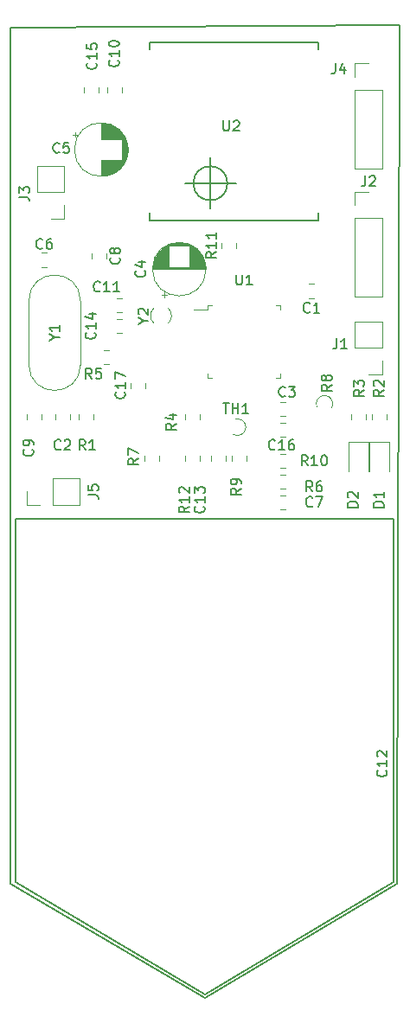
<source format=gbr>
%TF.GenerationSoftware,KiCad,Pcbnew,5.0.1-33cea8e~68~ubuntu18.04.1*%
%TF.CreationDate,2018-11-02T12:55:16-03:00*%
%TF.ProjectId,placa,706C6163612E6B696361645F70636200,rev?*%
%TF.SameCoordinates,Original*%
%TF.FileFunction,Legend,Top*%
%TF.FilePolarity,Positive*%
%FSLAX46Y46*%
G04 Gerber Fmt 4.6, Leading zero omitted, Abs format (unit mm)*
G04 Created by KiCad (PCBNEW 5.0.1-33cea8e~68~ubuntu18.04.1) date sex 02 nov 2018 12:55:16 -03*
%MOMM*%
%LPD*%
G01*
G04 APERTURE LIST*
%ADD10C,0.150000*%
%ADD11C,0.120000*%
G04 APERTURE END LIST*
D10*
X124856666Y-42672000D02*
G75*
G03X124856666Y-42672000I-1666666J0D01*
G01*
X120690000Y-42672000D02*
X125690000Y-42672000D01*
X123190000Y-40172000D02*
X123190000Y-45172000D01*
X103632000Y-27432000D02*
X141732000Y-27178000D01*
X103632000Y-111252000D02*
X103632000Y-27432000D01*
X122682000Y-122428000D02*
X103632000Y-111252000D01*
X141478000Y-111252000D02*
X122682000Y-122428000D01*
X141478000Y-110998000D02*
X141478000Y-111252000D01*
X141732000Y-27178000D02*
X141478000Y-110998000D01*
D11*
X130052000Y-54606000D02*
X130052000Y-55026000D01*
X130052000Y-61726000D02*
X130052000Y-61306000D01*
X122932000Y-61726000D02*
X122932000Y-61306000D01*
X122932000Y-54606000D02*
X123352000Y-54606000D01*
X130052000Y-61726000D02*
X129632000Y-61726000D01*
X130052000Y-54606000D02*
X129632000Y-54606000D01*
X122932000Y-55026000D02*
X121552000Y-55026000D01*
X122932000Y-54606000D02*
X122932000Y-55026000D01*
X122932000Y-61726000D02*
X123352000Y-61726000D01*
D10*
X122631000Y-122111000D02*
X141131000Y-111111000D01*
X122631000Y-122111000D02*
X104131000Y-111111000D01*
X141131000Y-75511000D02*
X104131000Y-75511000D01*
X141141000Y-111111000D02*
X141131000Y-75511000D01*
X104131000Y-75511000D02*
X104121000Y-111091000D01*
X117226000Y-45592000D02*
X117226000Y-46342000D01*
X117226000Y-46342000D02*
X133726000Y-46342000D01*
X133726000Y-46342000D02*
X133726000Y-45592000D01*
X117226000Y-29592000D02*
X117226000Y-28842000D01*
X117226000Y-28842000D02*
X133726000Y-28842000D01*
X133726000Y-28842000D02*
X133726000Y-29592000D01*
D11*
X130563252Y-67512000D02*
X130040748Y-67512000D01*
X130563252Y-66092000D02*
X130040748Y-66092000D01*
X117663348Y-54888610D02*
G75*
G03X117664000Y-56388000I700652J-749390D01*
G01*
X119064652Y-54888610D02*
G75*
G02X119064000Y-56388000I-700652J-749390D01*
G01*
X125531905Y-65798641D02*
G75*
G02X125434867Y-67248000I320095J-749359D01*
G01*
X133348252Y-52528400D02*
X132825748Y-52528400D01*
X133348252Y-53948400D02*
X132825748Y-53948400D01*
X109422000Y-65261748D02*
X109422000Y-65784252D01*
X108002000Y-65261748D02*
X108002000Y-65784252D01*
X130563252Y-65480000D02*
X130040748Y-65480000D01*
X130563252Y-64060000D02*
X130040748Y-64060000D01*
X122762000Y-51074000D02*
G75*
G03X122762000Y-51074000I-2620000J0D01*
G01*
X117562000Y-51074000D02*
X122722000Y-51074000D01*
X117562000Y-51034000D02*
X122722000Y-51034000D01*
X117563000Y-50994000D02*
X122721000Y-50994000D01*
X117564000Y-50954000D02*
X122720000Y-50954000D01*
X117566000Y-50914000D02*
X122718000Y-50914000D01*
X117569000Y-50874000D02*
X122715000Y-50874000D01*
X117573000Y-50834000D02*
X119102000Y-50834000D01*
X121182000Y-50834000D02*
X122711000Y-50834000D01*
X117577000Y-50794000D02*
X119102000Y-50794000D01*
X121182000Y-50794000D02*
X122707000Y-50794000D01*
X117581000Y-50754000D02*
X119102000Y-50754000D01*
X121182000Y-50754000D02*
X122703000Y-50754000D01*
X117586000Y-50714000D02*
X119102000Y-50714000D01*
X121182000Y-50714000D02*
X122698000Y-50714000D01*
X117592000Y-50674000D02*
X119102000Y-50674000D01*
X121182000Y-50674000D02*
X122692000Y-50674000D01*
X117599000Y-50634000D02*
X119102000Y-50634000D01*
X121182000Y-50634000D02*
X122685000Y-50634000D01*
X117606000Y-50594000D02*
X119102000Y-50594000D01*
X121182000Y-50594000D02*
X122678000Y-50594000D01*
X117614000Y-50554000D02*
X119102000Y-50554000D01*
X121182000Y-50554000D02*
X122670000Y-50554000D01*
X117622000Y-50514000D02*
X119102000Y-50514000D01*
X121182000Y-50514000D02*
X122662000Y-50514000D01*
X117631000Y-50474000D02*
X119102000Y-50474000D01*
X121182000Y-50474000D02*
X122653000Y-50474000D01*
X117641000Y-50434000D02*
X119102000Y-50434000D01*
X121182000Y-50434000D02*
X122643000Y-50434000D01*
X117651000Y-50394000D02*
X119102000Y-50394000D01*
X121182000Y-50394000D02*
X122633000Y-50394000D01*
X117662000Y-50353000D02*
X119102000Y-50353000D01*
X121182000Y-50353000D02*
X122622000Y-50353000D01*
X117674000Y-50313000D02*
X119102000Y-50313000D01*
X121182000Y-50313000D02*
X122610000Y-50313000D01*
X117687000Y-50273000D02*
X119102000Y-50273000D01*
X121182000Y-50273000D02*
X122597000Y-50273000D01*
X117700000Y-50233000D02*
X119102000Y-50233000D01*
X121182000Y-50233000D02*
X122584000Y-50233000D01*
X117714000Y-50193000D02*
X119102000Y-50193000D01*
X121182000Y-50193000D02*
X122570000Y-50193000D01*
X117728000Y-50153000D02*
X119102000Y-50153000D01*
X121182000Y-50153000D02*
X122556000Y-50153000D01*
X117744000Y-50113000D02*
X119102000Y-50113000D01*
X121182000Y-50113000D02*
X122540000Y-50113000D01*
X117760000Y-50073000D02*
X119102000Y-50073000D01*
X121182000Y-50073000D02*
X122524000Y-50073000D01*
X117777000Y-50033000D02*
X119102000Y-50033000D01*
X121182000Y-50033000D02*
X122507000Y-50033000D01*
X117794000Y-49993000D02*
X119102000Y-49993000D01*
X121182000Y-49993000D02*
X122490000Y-49993000D01*
X117813000Y-49953000D02*
X119102000Y-49953000D01*
X121182000Y-49953000D02*
X122471000Y-49953000D01*
X117832000Y-49913000D02*
X119102000Y-49913000D01*
X121182000Y-49913000D02*
X122452000Y-49913000D01*
X117852000Y-49873000D02*
X119102000Y-49873000D01*
X121182000Y-49873000D02*
X122432000Y-49873000D01*
X117874000Y-49833000D02*
X119102000Y-49833000D01*
X121182000Y-49833000D02*
X122410000Y-49833000D01*
X117895000Y-49793000D02*
X119102000Y-49793000D01*
X121182000Y-49793000D02*
X122389000Y-49793000D01*
X117918000Y-49753000D02*
X119102000Y-49753000D01*
X121182000Y-49753000D02*
X122366000Y-49753000D01*
X117942000Y-49713000D02*
X119102000Y-49713000D01*
X121182000Y-49713000D02*
X122342000Y-49713000D01*
X117967000Y-49673000D02*
X119102000Y-49673000D01*
X121182000Y-49673000D02*
X122317000Y-49673000D01*
X117993000Y-49633000D02*
X119102000Y-49633000D01*
X121182000Y-49633000D02*
X122291000Y-49633000D01*
X118020000Y-49593000D02*
X119102000Y-49593000D01*
X121182000Y-49593000D02*
X122264000Y-49593000D01*
X118047000Y-49553000D02*
X119102000Y-49553000D01*
X121182000Y-49553000D02*
X122237000Y-49553000D01*
X118077000Y-49513000D02*
X119102000Y-49513000D01*
X121182000Y-49513000D02*
X122207000Y-49513000D01*
X118107000Y-49473000D02*
X119102000Y-49473000D01*
X121182000Y-49473000D02*
X122177000Y-49473000D01*
X118138000Y-49433000D02*
X119102000Y-49433000D01*
X121182000Y-49433000D02*
X122146000Y-49433000D01*
X118171000Y-49393000D02*
X119102000Y-49393000D01*
X121182000Y-49393000D02*
X122113000Y-49393000D01*
X118205000Y-49353000D02*
X119102000Y-49353000D01*
X121182000Y-49353000D02*
X122079000Y-49353000D01*
X118241000Y-49313000D02*
X119102000Y-49313000D01*
X121182000Y-49313000D02*
X122043000Y-49313000D01*
X118278000Y-49273000D02*
X119102000Y-49273000D01*
X121182000Y-49273000D02*
X122006000Y-49273000D01*
X118316000Y-49233000D02*
X119102000Y-49233000D01*
X121182000Y-49233000D02*
X121968000Y-49233000D01*
X118357000Y-49193000D02*
X119102000Y-49193000D01*
X121182000Y-49193000D02*
X121927000Y-49193000D01*
X118399000Y-49153000D02*
X119102000Y-49153000D01*
X121182000Y-49153000D02*
X121885000Y-49153000D01*
X118443000Y-49113000D02*
X119102000Y-49113000D01*
X121182000Y-49113000D02*
X121841000Y-49113000D01*
X118489000Y-49073000D02*
X119102000Y-49073000D01*
X121182000Y-49073000D02*
X121795000Y-49073000D01*
X118537000Y-49033000D02*
X119102000Y-49033000D01*
X121182000Y-49033000D02*
X121747000Y-49033000D01*
X118588000Y-48993000D02*
X119102000Y-48993000D01*
X121182000Y-48993000D02*
X121696000Y-48993000D01*
X118642000Y-48953000D02*
X119102000Y-48953000D01*
X121182000Y-48953000D02*
X121642000Y-48953000D01*
X118699000Y-48913000D02*
X119102000Y-48913000D01*
X121182000Y-48913000D02*
X121585000Y-48913000D01*
X118759000Y-48873000D02*
X119102000Y-48873000D01*
X121182000Y-48873000D02*
X121525000Y-48873000D01*
X118823000Y-48833000D02*
X119102000Y-48833000D01*
X121182000Y-48833000D02*
X121461000Y-48833000D01*
X118891000Y-48793000D02*
X119102000Y-48793000D01*
X121182000Y-48793000D02*
X121393000Y-48793000D01*
X118964000Y-48753000D02*
X121320000Y-48753000D01*
X119044000Y-48713000D02*
X121240000Y-48713000D01*
X119131000Y-48673000D02*
X121153000Y-48673000D01*
X119227000Y-48633000D02*
X121057000Y-48633000D01*
X119337000Y-48593000D02*
X120947000Y-48593000D01*
X119465000Y-48553000D02*
X120819000Y-48553000D01*
X119624000Y-48513000D02*
X120660000Y-48513000D01*
X119858000Y-48473000D02*
X120426000Y-48473000D01*
X118667000Y-53878775D02*
X118667000Y-53378775D01*
X118417000Y-53628775D02*
X118917000Y-53628775D01*
X115126000Y-39370000D02*
G75*
G03X115126000Y-39370000I-2620000J0D01*
G01*
X112506000Y-40410000D02*
X112506000Y-41950000D01*
X112506000Y-36790000D02*
X112506000Y-38330000D01*
X112546000Y-40410000D02*
X112546000Y-41950000D01*
X112546000Y-36790000D02*
X112546000Y-38330000D01*
X112586000Y-36791000D02*
X112586000Y-38330000D01*
X112586000Y-40410000D02*
X112586000Y-41949000D01*
X112626000Y-36792000D02*
X112626000Y-38330000D01*
X112626000Y-40410000D02*
X112626000Y-41948000D01*
X112666000Y-36794000D02*
X112666000Y-38330000D01*
X112666000Y-40410000D02*
X112666000Y-41946000D01*
X112706000Y-36797000D02*
X112706000Y-38330000D01*
X112706000Y-40410000D02*
X112706000Y-41943000D01*
X112746000Y-36801000D02*
X112746000Y-38330000D01*
X112746000Y-40410000D02*
X112746000Y-41939000D01*
X112786000Y-36805000D02*
X112786000Y-38330000D01*
X112786000Y-40410000D02*
X112786000Y-41935000D01*
X112826000Y-36809000D02*
X112826000Y-38330000D01*
X112826000Y-40410000D02*
X112826000Y-41931000D01*
X112866000Y-36814000D02*
X112866000Y-38330000D01*
X112866000Y-40410000D02*
X112866000Y-41926000D01*
X112906000Y-36820000D02*
X112906000Y-38330000D01*
X112906000Y-40410000D02*
X112906000Y-41920000D01*
X112946000Y-36827000D02*
X112946000Y-38330000D01*
X112946000Y-40410000D02*
X112946000Y-41913000D01*
X112986000Y-36834000D02*
X112986000Y-38330000D01*
X112986000Y-40410000D02*
X112986000Y-41906000D01*
X113026000Y-36842000D02*
X113026000Y-38330000D01*
X113026000Y-40410000D02*
X113026000Y-41898000D01*
X113066000Y-36850000D02*
X113066000Y-38330000D01*
X113066000Y-40410000D02*
X113066000Y-41890000D01*
X113106000Y-36859000D02*
X113106000Y-38330000D01*
X113106000Y-40410000D02*
X113106000Y-41881000D01*
X113146000Y-36869000D02*
X113146000Y-38330000D01*
X113146000Y-40410000D02*
X113146000Y-41871000D01*
X113186000Y-36879000D02*
X113186000Y-38330000D01*
X113186000Y-40410000D02*
X113186000Y-41861000D01*
X113227000Y-36890000D02*
X113227000Y-38330000D01*
X113227000Y-40410000D02*
X113227000Y-41850000D01*
X113267000Y-36902000D02*
X113267000Y-38330000D01*
X113267000Y-40410000D02*
X113267000Y-41838000D01*
X113307000Y-36915000D02*
X113307000Y-38330000D01*
X113307000Y-40410000D02*
X113307000Y-41825000D01*
X113347000Y-36928000D02*
X113347000Y-38330000D01*
X113347000Y-40410000D02*
X113347000Y-41812000D01*
X113387000Y-36942000D02*
X113387000Y-38330000D01*
X113387000Y-40410000D02*
X113387000Y-41798000D01*
X113427000Y-36956000D02*
X113427000Y-38330000D01*
X113427000Y-40410000D02*
X113427000Y-41784000D01*
X113467000Y-36972000D02*
X113467000Y-38330000D01*
X113467000Y-40410000D02*
X113467000Y-41768000D01*
X113507000Y-36988000D02*
X113507000Y-38330000D01*
X113507000Y-40410000D02*
X113507000Y-41752000D01*
X113547000Y-37005000D02*
X113547000Y-38330000D01*
X113547000Y-40410000D02*
X113547000Y-41735000D01*
X113587000Y-37022000D02*
X113587000Y-38330000D01*
X113587000Y-40410000D02*
X113587000Y-41718000D01*
X113627000Y-37041000D02*
X113627000Y-38330000D01*
X113627000Y-40410000D02*
X113627000Y-41699000D01*
X113667000Y-37060000D02*
X113667000Y-38330000D01*
X113667000Y-40410000D02*
X113667000Y-41680000D01*
X113707000Y-37080000D02*
X113707000Y-38330000D01*
X113707000Y-40410000D02*
X113707000Y-41660000D01*
X113747000Y-37102000D02*
X113747000Y-38330000D01*
X113747000Y-40410000D02*
X113747000Y-41638000D01*
X113787000Y-37123000D02*
X113787000Y-38330000D01*
X113787000Y-40410000D02*
X113787000Y-41617000D01*
X113827000Y-37146000D02*
X113827000Y-38330000D01*
X113827000Y-40410000D02*
X113827000Y-41594000D01*
X113867000Y-37170000D02*
X113867000Y-38330000D01*
X113867000Y-40410000D02*
X113867000Y-41570000D01*
X113907000Y-37195000D02*
X113907000Y-38330000D01*
X113907000Y-40410000D02*
X113907000Y-41545000D01*
X113947000Y-37221000D02*
X113947000Y-38330000D01*
X113947000Y-40410000D02*
X113947000Y-41519000D01*
X113987000Y-37248000D02*
X113987000Y-38330000D01*
X113987000Y-40410000D02*
X113987000Y-41492000D01*
X114027000Y-37275000D02*
X114027000Y-38330000D01*
X114027000Y-40410000D02*
X114027000Y-41465000D01*
X114067000Y-37305000D02*
X114067000Y-38330000D01*
X114067000Y-40410000D02*
X114067000Y-41435000D01*
X114107000Y-37335000D02*
X114107000Y-38330000D01*
X114107000Y-40410000D02*
X114107000Y-41405000D01*
X114147000Y-37366000D02*
X114147000Y-38330000D01*
X114147000Y-40410000D02*
X114147000Y-41374000D01*
X114187000Y-37399000D02*
X114187000Y-38330000D01*
X114187000Y-40410000D02*
X114187000Y-41341000D01*
X114227000Y-37433000D02*
X114227000Y-38330000D01*
X114227000Y-40410000D02*
X114227000Y-41307000D01*
X114267000Y-37469000D02*
X114267000Y-38330000D01*
X114267000Y-40410000D02*
X114267000Y-41271000D01*
X114307000Y-37506000D02*
X114307000Y-38330000D01*
X114307000Y-40410000D02*
X114307000Y-41234000D01*
X114347000Y-37544000D02*
X114347000Y-38330000D01*
X114347000Y-40410000D02*
X114347000Y-41196000D01*
X114387000Y-37585000D02*
X114387000Y-38330000D01*
X114387000Y-40410000D02*
X114387000Y-41155000D01*
X114427000Y-37627000D02*
X114427000Y-38330000D01*
X114427000Y-40410000D02*
X114427000Y-41113000D01*
X114467000Y-37671000D02*
X114467000Y-38330000D01*
X114467000Y-40410000D02*
X114467000Y-41069000D01*
X114507000Y-37717000D02*
X114507000Y-38330000D01*
X114507000Y-40410000D02*
X114507000Y-41023000D01*
X114547000Y-37765000D02*
X114547000Y-40975000D01*
X114587000Y-37816000D02*
X114587000Y-40924000D01*
X114627000Y-37870000D02*
X114627000Y-40870000D01*
X114667000Y-37927000D02*
X114667000Y-40813000D01*
X114707000Y-37987000D02*
X114707000Y-40753000D01*
X114747000Y-38051000D02*
X114747000Y-40689000D01*
X114787000Y-38119000D02*
X114787000Y-40621000D01*
X114827000Y-38192000D02*
X114827000Y-40548000D01*
X114867000Y-38272000D02*
X114867000Y-40468000D01*
X114907000Y-38359000D02*
X114907000Y-40381000D01*
X114947000Y-38455000D02*
X114947000Y-40285000D01*
X114987000Y-38565000D02*
X114987000Y-40175000D01*
X115027000Y-38693000D02*
X115027000Y-40047000D01*
X115067000Y-38852000D02*
X115067000Y-39888000D01*
X115107000Y-39086000D02*
X115107000Y-39654000D01*
X109701225Y-37895000D02*
X110201225Y-37895000D01*
X109951225Y-37645000D02*
X109951225Y-38145000D01*
X107186252Y-50875000D02*
X106663748Y-50875000D01*
X107186252Y-49455000D02*
X106663748Y-49455000D01*
X130031748Y-74624000D02*
X130554252Y-74624000D01*
X130031748Y-73204000D02*
X130554252Y-73204000D01*
X111558000Y-49522748D02*
X111558000Y-50045252D01*
X112978000Y-49522748D02*
X112978000Y-50045252D01*
X105208000Y-65279748D02*
X105208000Y-65802252D01*
X106628000Y-65279748D02*
X106628000Y-65802252D01*
X114552252Y-53900000D02*
X114029748Y-53900000D01*
X114552252Y-55320000D02*
X114029748Y-55320000D01*
X123242000Y-69343748D02*
X123242000Y-69866252D01*
X124662000Y-69343748D02*
X124662000Y-69866252D01*
X114552252Y-57352000D02*
X114029748Y-57352000D01*
X114552252Y-55932000D02*
X114029748Y-55932000D01*
X110796000Y-33780252D02*
X110796000Y-33257748D01*
X112216000Y-33780252D02*
X112216000Y-33257748D01*
X138740000Y-67999000D02*
X138740000Y-70859000D01*
X140660000Y-67999000D02*
X138740000Y-67999000D01*
X140660000Y-70859000D02*
X140660000Y-67999000D01*
X138628000Y-70859000D02*
X138628000Y-67999000D01*
X138628000Y-67999000D02*
X136708000Y-67999000D01*
X136708000Y-67999000D02*
X136708000Y-70859000D01*
X110288000Y-65784252D02*
X110288000Y-65261748D01*
X111708000Y-65784252D02*
X111708000Y-65261748D01*
X138990000Y-65261748D02*
X138990000Y-65784252D01*
X140410000Y-65261748D02*
X140410000Y-65784252D01*
X138378000Y-65261748D02*
X138378000Y-65784252D01*
X136958000Y-65261748D02*
X136958000Y-65784252D01*
X120702000Y-65270748D02*
X120702000Y-65793252D01*
X122122000Y-65270748D02*
X122122000Y-65793252D01*
X113282252Y-60400000D02*
X112759748Y-60400000D01*
X113282252Y-58980000D02*
X112759748Y-58980000D01*
X130049748Y-72592000D02*
X130572252Y-72592000D01*
X130049748Y-71172000D02*
X130572252Y-71172000D01*
X116765000Y-69857252D02*
X116765000Y-69334748D01*
X118185000Y-69857252D02*
X118185000Y-69334748D01*
X125274000Y-69325748D02*
X125274000Y-69848252D01*
X126694000Y-69325748D02*
X126694000Y-69848252D01*
X130563252Y-70560000D02*
X130040748Y-70560000D01*
X130563252Y-69140000D02*
X130040748Y-69140000D01*
X110475000Y-54179000D02*
X110475000Y-60429000D01*
X105425000Y-54179000D02*
X105425000Y-60429000D01*
X105425000Y-54179000D02*
G75*
G02X110475000Y-54179000I2525000J0D01*
G01*
X105425000Y-60429000D02*
G75*
G03X110475000Y-60429000I2525000J0D01*
G01*
X113082000Y-33780252D02*
X113082000Y-33257748D01*
X114502000Y-33780252D02*
X114502000Y-33257748D01*
X140001300Y-61401000D02*
X138671300Y-61401000D01*
X140001300Y-60071000D02*
X140001300Y-61401000D01*
X140001300Y-58801000D02*
X137341300Y-58801000D01*
X137341300Y-58801000D02*
X137341300Y-56201000D01*
X140001300Y-58801000D02*
X140001300Y-56201000D01*
X140001300Y-56201000D02*
X137341300Y-56201000D01*
X108899000Y-40961000D02*
X106239000Y-40961000D01*
X108899000Y-43561000D02*
X108899000Y-40961000D01*
X106239000Y-43561000D02*
X106239000Y-40961000D01*
X108899000Y-43561000D02*
X106239000Y-43561000D01*
X108899000Y-44831000D02*
X108899000Y-46161000D01*
X108899000Y-46161000D02*
X107569000Y-46161000D01*
X137354000Y-41208000D02*
X140014000Y-41208000D01*
X137354000Y-33528000D02*
X137354000Y-41208000D01*
X140014000Y-33528000D02*
X140014000Y-41208000D01*
X137354000Y-33528000D02*
X140014000Y-33528000D01*
X137354000Y-32258000D02*
X137354000Y-30928000D01*
X137354000Y-30928000D02*
X138684000Y-30928000D01*
X124258000Y-49020252D02*
X124258000Y-48497748D01*
X125678000Y-49020252D02*
X125678000Y-48497748D01*
X137354000Y-53781000D02*
X140014000Y-53781000D01*
X137354000Y-46101000D02*
X137354000Y-53781000D01*
X140014000Y-46101000D02*
X140014000Y-53781000D01*
X137354000Y-46101000D02*
X140014000Y-46101000D01*
X137354000Y-44831000D02*
X137354000Y-43501000D01*
X137354000Y-43501000D02*
X138684000Y-43501000D01*
X110397600Y-74177200D02*
X110397600Y-71517200D01*
X107797600Y-74177200D02*
X110397600Y-74177200D01*
X107797600Y-71517200D02*
X110397600Y-71517200D01*
X107797600Y-74177200D02*
X107797600Y-71517200D01*
X106527600Y-74177200D02*
X105197600Y-74177200D01*
X105197600Y-74177200D02*
X105197600Y-72847200D01*
X115368000Y-62736252D02*
X115368000Y-62213748D01*
X116788000Y-62736252D02*
X116788000Y-62213748D01*
X122122000Y-69343748D02*
X122122000Y-69866252D01*
X120702000Y-69343748D02*
X120702000Y-69866252D01*
X133616641Y-64582095D02*
G75*
G02X135066000Y-64679133I749359J320095D01*
G01*
D10*
X125730095Y-51618380D02*
X125730095Y-52427904D01*
X125777714Y-52523142D01*
X125825333Y-52570761D01*
X125920571Y-52618380D01*
X126111047Y-52618380D01*
X126206285Y-52570761D01*
X126253904Y-52523142D01*
X126301523Y-52427904D01*
X126301523Y-51618380D01*
X127301523Y-52618380D02*
X126730095Y-52618380D01*
X127015809Y-52618380D02*
X127015809Y-51618380D01*
X126920571Y-51761238D01*
X126825333Y-51856476D01*
X126730095Y-51904095D01*
X140388142Y-100123857D02*
X140435761Y-100171476D01*
X140483380Y-100314333D01*
X140483380Y-100409571D01*
X140435761Y-100552428D01*
X140340523Y-100647666D01*
X140245285Y-100695285D01*
X140054809Y-100742904D01*
X139911952Y-100742904D01*
X139721476Y-100695285D01*
X139626238Y-100647666D01*
X139531000Y-100552428D01*
X139483380Y-100409571D01*
X139483380Y-100314333D01*
X139531000Y-100171476D01*
X139578619Y-100123857D01*
X140483380Y-99171476D02*
X140483380Y-99742904D01*
X140483380Y-99457190D02*
X139483380Y-99457190D01*
X139626238Y-99552428D01*
X139721476Y-99647666D01*
X139769095Y-99742904D01*
X139578619Y-98790523D02*
X139531000Y-98742904D01*
X139483380Y-98647666D01*
X139483380Y-98409571D01*
X139531000Y-98314333D01*
X139578619Y-98266714D01*
X139673857Y-98219095D01*
X139769095Y-98219095D01*
X139911952Y-98266714D01*
X140483380Y-98838142D01*
X140483380Y-98219095D01*
X124460095Y-36536380D02*
X124460095Y-37345904D01*
X124507714Y-37441142D01*
X124555333Y-37488761D01*
X124650571Y-37536380D01*
X124841047Y-37536380D01*
X124936285Y-37488761D01*
X124983904Y-37441142D01*
X125031523Y-37345904D01*
X125031523Y-36536380D01*
X125460095Y-36631619D02*
X125507714Y-36584000D01*
X125602952Y-36536380D01*
X125841047Y-36536380D01*
X125936285Y-36584000D01*
X125983904Y-36631619D01*
X126031523Y-36726857D01*
X126031523Y-36822095D01*
X125983904Y-36964952D01*
X125412476Y-37536380D01*
X126031523Y-37536380D01*
X129523142Y-68683142D02*
X129475523Y-68730761D01*
X129332666Y-68778380D01*
X129237428Y-68778380D01*
X129094571Y-68730761D01*
X128999333Y-68635523D01*
X128951714Y-68540285D01*
X128904095Y-68349809D01*
X128904095Y-68206952D01*
X128951714Y-68016476D01*
X128999333Y-67921238D01*
X129094571Y-67826000D01*
X129237428Y-67778380D01*
X129332666Y-67778380D01*
X129475523Y-67826000D01*
X129523142Y-67873619D01*
X130475523Y-68778380D02*
X129904095Y-68778380D01*
X130189809Y-68778380D02*
X130189809Y-67778380D01*
X130094571Y-67921238D01*
X129999333Y-68016476D01*
X129904095Y-68064095D01*
X131332666Y-67778380D02*
X131142190Y-67778380D01*
X131046952Y-67826000D01*
X130999333Y-67873619D01*
X130904095Y-68016476D01*
X130856476Y-68206952D01*
X130856476Y-68587904D01*
X130904095Y-68683142D01*
X130951714Y-68730761D01*
X131046952Y-68778380D01*
X131237428Y-68778380D01*
X131332666Y-68730761D01*
X131380285Y-68683142D01*
X131427904Y-68587904D01*
X131427904Y-68349809D01*
X131380285Y-68254571D01*
X131332666Y-68206952D01*
X131237428Y-68159333D01*
X131046952Y-68159333D01*
X130951714Y-68206952D01*
X130904095Y-68254571D01*
X130856476Y-68349809D01*
X116640190Y-56114190D02*
X117116380Y-56114190D01*
X116116380Y-56447523D02*
X116640190Y-56114190D01*
X116116380Y-55780857D01*
X116211619Y-55495142D02*
X116164000Y-55447523D01*
X116116380Y-55352285D01*
X116116380Y-55114190D01*
X116164000Y-55018952D01*
X116211619Y-54971333D01*
X116306857Y-54923714D01*
X116402095Y-54923714D01*
X116544952Y-54971333D01*
X117116380Y-55542761D01*
X117116380Y-54923714D01*
X124444285Y-64222380D02*
X125015714Y-64222380D01*
X124730000Y-65222380D02*
X124730000Y-64222380D01*
X125349047Y-65222380D02*
X125349047Y-64222380D01*
X125349047Y-64698571D02*
X125920476Y-64698571D01*
X125920476Y-65222380D02*
X125920476Y-64222380D01*
X126920476Y-65222380D02*
X126349047Y-65222380D01*
X126634761Y-65222380D02*
X126634761Y-64222380D01*
X126539523Y-64365238D01*
X126444285Y-64460476D01*
X126349047Y-64508095D01*
X132920333Y-55245542D02*
X132872714Y-55293161D01*
X132729857Y-55340780D01*
X132634619Y-55340780D01*
X132491761Y-55293161D01*
X132396523Y-55197923D01*
X132348904Y-55102685D01*
X132301285Y-54912209D01*
X132301285Y-54769352D01*
X132348904Y-54578876D01*
X132396523Y-54483638D01*
X132491761Y-54388400D01*
X132634619Y-54340780D01*
X132729857Y-54340780D01*
X132872714Y-54388400D01*
X132920333Y-54436019D01*
X133872714Y-55340780D02*
X133301285Y-55340780D01*
X133587000Y-55340780D02*
X133587000Y-54340780D01*
X133491761Y-54483638D01*
X133396523Y-54578876D01*
X133301285Y-54626495D01*
X108545333Y-68683142D02*
X108497714Y-68730761D01*
X108354857Y-68778380D01*
X108259619Y-68778380D01*
X108116761Y-68730761D01*
X108021523Y-68635523D01*
X107973904Y-68540285D01*
X107926285Y-68349809D01*
X107926285Y-68206952D01*
X107973904Y-68016476D01*
X108021523Y-67921238D01*
X108116761Y-67826000D01*
X108259619Y-67778380D01*
X108354857Y-67778380D01*
X108497714Y-67826000D01*
X108545333Y-67873619D01*
X108926285Y-67873619D02*
X108973904Y-67826000D01*
X109069142Y-67778380D01*
X109307238Y-67778380D01*
X109402476Y-67826000D01*
X109450095Y-67873619D01*
X109497714Y-67968857D01*
X109497714Y-68064095D01*
X109450095Y-68206952D01*
X108878666Y-68778380D01*
X109497714Y-68778380D01*
X130516333Y-63476142D02*
X130468714Y-63523761D01*
X130325857Y-63571380D01*
X130230619Y-63571380D01*
X130087761Y-63523761D01*
X129992523Y-63428523D01*
X129944904Y-63333285D01*
X129897285Y-63142809D01*
X129897285Y-62999952D01*
X129944904Y-62809476D01*
X129992523Y-62714238D01*
X130087761Y-62619000D01*
X130230619Y-62571380D01*
X130325857Y-62571380D01*
X130468714Y-62619000D01*
X130516333Y-62666619D01*
X130849666Y-62571380D02*
X131468714Y-62571380D01*
X131135380Y-62952333D01*
X131278238Y-62952333D01*
X131373476Y-62999952D01*
X131421095Y-63047571D01*
X131468714Y-63142809D01*
X131468714Y-63380904D01*
X131421095Y-63476142D01*
X131373476Y-63523761D01*
X131278238Y-63571380D01*
X130992523Y-63571380D01*
X130897285Y-63523761D01*
X130849666Y-63476142D01*
X116749142Y-51240666D02*
X116796761Y-51288285D01*
X116844380Y-51431142D01*
X116844380Y-51526380D01*
X116796761Y-51669238D01*
X116701523Y-51764476D01*
X116606285Y-51812095D01*
X116415809Y-51859714D01*
X116272952Y-51859714D01*
X116082476Y-51812095D01*
X115987238Y-51764476D01*
X115892000Y-51669238D01*
X115844380Y-51526380D01*
X115844380Y-51431142D01*
X115892000Y-51288285D01*
X115939619Y-51240666D01*
X116177714Y-50383523D02*
X116844380Y-50383523D01*
X115796761Y-50621619D02*
X116511047Y-50859714D01*
X116511047Y-50240666D01*
X108418333Y-39600142D02*
X108370714Y-39647761D01*
X108227857Y-39695380D01*
X108132619Y-39695380D01*
X107989761Y-39647761D01*
X107894523Y-39552523D01*
X107846904Y-39457285D01*
X107799285Y-39266809D01*
X107799285Y-39123952D01*
X107846904Y-38933476D01*
X107894523Y-38838238D01*
X107989761Y-38743000D01*
X108132619Y-38695380D01*
X108227857Y-38695380D01*
X108370714Y-38743000D01*
X108418333Y-38790619D01*
X109323095Y-38695380D02*
X108846904Y-38695380D01*
X108799285Y-39171571D01*
X108846904Y-39123952D01*
X108942142Y-39076333D01*
X109180238Y-39076333D01*
X109275476Y-39123952D01*
X109323095Y-39171571D01*
X109370714Y-39266809D01*
X109370714Y-39504904D01*
X109323095Y-39600142D01*
X109275476Y-39647761D01*
X109180238Y-39695380D01*
X108942142Y-39695380D01*
X108846904Y-39647761D01*
X108799285Y-39600142D01*
X106758333Y-48998142D02*
X106710714Y-49045761D01*
X106567857Y-49093380D01*
X106472619Y-49093380D01*
X106329761Y-49045761D01*
X106234523Y-48950523D01*
X106186904Y-48855285D01*
X106139285Y-48664809D01*
X106139285Y-48521952D01*
X106186904Y-48331476D01*
X106234523Y-48236238D01*
X106329761Y-48141000D01*
X106472619Y-48093380D01*
X106567857Y-48093380D01*
X106710714Y-48141000D01*
X106758333Y-48188619D01*
X107615476Y-48093380D02*
X107425000Y-48093380D01*
X107329761Y-48141000D01*
X107282142Y-48188619D01*
X107186904Y-48331476D01*
X107139285Y-48521952D01*
X107139285Y-48902904D01*
X107186904Y-48998142D01*
X107234523Y-49045761D01*
X107329761Y-49093380D01*
X107520238Y-49093380D01*
X107615476Y-49045761D01*
X107663095Y-48998142D01*
X107710714Y-48902904D01*
X107710714Y-48664809D01*
X107663095Y-48569571D01*
X107615476Y-48521952D01*
X107520238Y-48474333D01*
X107329761Y-48474333D01*
X107234523Y-48521952D01*
X107186904Y-48569571D01*
X107139285Y-48664809D01*
X133183333Y-74271142D02*
X133135714Y-74318761D01*
X132992857Y-74366380D01*
X132897619Y-74366380D01*
X132754761Y-74318761D01*
X132659523Y-74223523D01*
X132611904Y-74128285D01*
X132564285Y-73937809D01*
X132564285Y-73794952D01*
X132611904Y-73604476D01*
X132659523Y-73509238D01*
X132754761Y-73414000D01*
X132897619Y-73366380D01*
X132992857Y-73366380D01*
X133135714Y-73414000D01*
X133183333Y-73461619D01*
X133516666Y-73366380D02*
X134183333Y-73366380D01*
X133754761Y-74366380D01*
X114275142Y-49950666D02*
X114322761Y-49998285D01*
X114370380Y-50141142D01*
X114370380Y-50236380D01*
X114322761Y-50379238D01*
X114227523Y-50474476D01*
X114132285Y-50522095D01*
X113941809Y-50569714D01*
X113798952Y-50569714D01*
X113608476Y-50522095D01*
X113513238Y-50474476D01*
X113418000Y-50379238D01*
X113370380Y-50236380D01*
X113370380Y-50141142D01*
X113418000Y-49998285D01*
X113465619Y-49950666D01*
X113798952Y-49379238D02*
X113751333Y-49474476D01*
X113703714Y-49522095D01*
X113608476Y-49569714D01*
X113560857Y-49569714D01*
X113465619Y-49522095D01*
X113418000Y-49474476D01*
X113370380Y-49379238D01*
X113370380Y-49188761D01*
X113418000Y-49093523D01*
X113465619Y-49045904D01*
X113560857Y-48998285D01*
X113608476Y-48998285D01*
X113703714Y-49045904D01*
X113751333Y-49093523D01*
X113798952Y-49188761D01*
X113798952Y-49379238D01*
X113846571Y-49474476D01*
X113894190Y-49522095D01*
X113989428Y-49569714D01*
X114179904Y-49569714D01*
X114275142Y-49522095D01*
X114322761Y-49474476D01*
X114370380Y-49379238D01*
X114370380Y-49188761D01*
X114322761Y-49093523D01*
X114275142Y-49045904D01*
X114179904Y-48998285D01*
X113989428Y-48998285D01*
X113894190Y-49045904D01*
X113846571Y-49093523D01*
X113798952Y-49188761D01*
X105767142Y-68746666D02*
X105814761Y-68794285D01*
X105862380Y-68937142D01*
X105862380Y-69032380D01*
X105814761Y-69175238D01*
X105719523Y-69270476D01*
X105624285Y-69318095D01*
X105433809Y-69365714D01*
X105290952Y-69365714D01*
X105100476Y-69318095D01*
X105005238Y-69270476D01*
X104910000Y-69175238D01*
X104862380Y-69032380D01*
X104862380Y-68937142D01*
X104910000Y-68794285D01*
X104957619Y-68746666D01*
X105862380Y-68270476D02*
X105862380Y-68080000D01*
X105814761Y-67984761D01*
X105767142Y-67937142D01*
X105624285Y-67841904D01*
X105433809Y-67794285D01*
X105052857Y-67794285D01*
X104957619Y-67841904D01*
X104910000Y-67889523D01*
X104862380Y-67984761D01*
X104862380Y-68175238D01*
X104910000Y-68270476D01*
X104957619Y-68318095D01*
X105052857Y-68365714D01*
X105290952Y-68365714D01*
X105386190Y-68318095D01*
X105433809Y-68270476D01*
X105481428Y-68175238D01*
X105481428Y-67984761D01*
X105433809Y-67889523D01*
X105386190Y-67841904D01*
X105290952Y-67794285D01*
X112387142Y-53189142D02*
X112339523Y-53236761D01*
X112196666Y-53284380D01*
X112101428Y-53284380D01*
X111958571Y-53236761D01*
X111863333Y-53141523D01*
X111815714Y-53046285D01*
X111768095Y-52855809D01*
X111768095Y-52712952D01*
X111815714Y-52522476D01*
X111863333Y-52427238D01*
X111958571Y-52332000D01*
X112101428Y-52284380D01*
X112196666Y-52284380D01*
X112339523Y-52332000D01*
X112387142Y-52379619D01*
X113339523Y-53284380D02*
X112768095Y-53284380D01*
X113053809Y-53284380D02*
X113053809Y-52284380D01*
X112958571Y-52427238D01*
X112863333Y-52522476D01*
X112768095Y-52570095D01*
X114291904Y-53284380D02*
X113720476Y-53284380D01*
X114006190Y-53284380D02*
X114006190Y-52284380D01*
X113910952Y-52427238D01*
X113815714Y-52522476D01*
X113720476Y-52570095D01*
X122531142Y-74302857D02*
X122578761Y-74350476D01*
X122626380Y-74493333D01*
X122626380Y-74588571D01*
X122578761Y-74731428D01*
X122483523Y-74826666D01*
X122388285Y-74874285D01*
X122197809Y-74921904D01*
X122054952Y-74921904D01*
X121864476Y-74874285D01*
X121769238Y-74826666D01*
X121674000Y-74731428D01*
X121626380Y-74588571D01*
X121626380Y-74493333D01*
X121674000Y-74350476D01*
X121721619Y-74302857D01*
X122626380Y-73350476D02*
X122626380Y-73921904D01*
X122626380Y-73636190D02*
X121626380Y-73636190D01*
X121769238Y-73731428D01*
X121864476Y-73826666D01*
X121912095Y-73921904D01*
X121626380Y-73017142D02*
X121626380Y-72398095D01*
X122007333Y-72731428D01*
X122007333Y-72588571D01*
X122054952Y-72493333D01*
X122102571Y-72445714D01*
X122197809Y-72398095D01*
X122435904Y-72398095D01*
X122531142Y-72445714D01*
X122578761Y-72493333D01*
X122626380Y-72588571D01*
X122626380Y-72874285D01*
X122578761Y-72969523D01*
X122531142Y-73017142D01*
X111863142Y-57284857D02*
X111910761Y-57332476D01*
X111958380Y-57475333D01*
X111958380Y-57570571D01*
X111910761Y-57713428D01*
X111815523Y-57808666D01*
X111720285Y-57856285D01*
X111529809Y-57903904D01*
X111386952Y-57903904D01*
X111196476Y-57856285D01*
X111101238Y-57808666D01*
X111006000Y-57713428D01*
X110958380Y-57570571D01*
X110958380Y-57475333D01*
X111006000Y-57332476D01*
X111053619Y-57284857D01*
X111958380Y-56332476D02*
X111958380Y-56903904D01*
X111958380Y-56618190D02*
X110958380Y-56618190D01*
X111101238Y-56713428D01*
X111196476Y-56808666D01*
X111244095Y-56903904D01*
X111291714Y-55475333D02*
X111958380Y-55475333D01*
X110910761Y-55713428D02*
X111625047Y-55951523D01*
X111625047Y-55332476D01*
X111990142Y-30868857D02*
X112037761Y-30916476D01*
X112085380Y-31059333D01*
X112085380Y-31154571D01*
X112037761Y-31297428D01*
X111942523Y-31392666D01*
X111847285Y-31440285D01*
X111656809Y-31487904D01*
X111513952Y-31487904D01*
X111323476Y-31440285D01*
X111228238Y-31392666D01*
X111133000Y-31297428D01*
X111085380Y-31154571D01*
X111085380Y-31059333D01*
X111133000Y-30916476D01*
X111180619Y-30868857D01*
X112085380Y-29916476D02*
X112085380Y-30487904D01*
X112085380Y-30202190D02*
X111085380Y-30202190D01*
X111228238Y-30297428D01*
X111323476Y-30392666D01*
X111371095Y-30487904D01*
X111085380Y-29011714D02*
X111085380Y-29487904D01*
X111561571Y-29535523D01*
X111513952Y-29487904D01*
X111466333Y-29392666D01*
X111466333Y-29154571D01*
X111513952Y-29059333D01*
X111561571Y-29011714D01*
X111656809Y-28964095D01*
X111894904Y-28964095D01*
X111990142Y-29011714D01*
X112037761Y-29059333D01*
X112085380Y-29154571D01*
X112085380Y-29392666D01*
X112037761Y-29487904D01*
X111990142Y-29535523D01*
X140152380Y-74398095D02*
X139152380Y-74398095D01*
X139152380Y-74160000D01*
X139200000Y-74017142D01*
X139295238Y-73921904D01*
X139390476Y-73874285D01*
X139580952Y-73826666D01*
X139723809Y-73826666D01*
X139914285Y-73874285D01*
X140009523Y-73921904D01*
X140104761Y-74017142D01*
X140152380Y-74160000D01*
X140152380Y-74398095D01*
X140152380Y-72874285D02*
X140152380Y-73445714D01*
X140152380Y-73160000D02*
X139152380Y-73160000D01*
X139295238Y-73255238D01*
X139390476Y-73350476D01*
X139438095Y-73445714D01*
X137612380Y-74398095D02*
X136612380Y-74398095D01*
X136612380Y-74160000D01*
X136660000Y-74017142D01*
X136755238Y-73921904D01*
X136850476Y-73874285D01*
X137040952Y-73826666D01*
X137183809Y-73826666D01*
X137374285Y-73874285D01*
X137469523Y-73921904D01*
X137564761Y-74017142D01*
X137612380Y-74160000D01*
X137612380Y-74398095D01*
X136707619Y-73445714D02*
X136660000Y-73398095D01*
X136612380Y-73302857D01*
X136612380Y-73064761D01*
X136660000Y-72969523D01*
X136707619Y-72921904D01*
X136802857Y-72874285D01*
X136898095Y-72874285D01*
X137040952Y-72921904D01*
X137612380Y-73493333D01*
X137612380Y-72874285D01*
X110958333Y-68778380D02*
X110625000Y-68302190D01*
X110386904Y-68778380D02*
X110386904Y-67778380D01*
X110767857Y-67778380D01*
X110863095Y-67826000D01*
X110910714Y-67873619D01*
X110958333Y-67968857D01*
X110958333Y-68111714D01*
X110910714Y-68206952D01*
X110863095Y-68254571D01*
X110767857Y-68302190D01*
X110386904Y-68302190D01*
X111910714Y-68778380D02*
X111339285Y-68778380D01*
X111625000Y-68778380D02*
X111625000Y-67778380D01*
X111529761Y-67921238D01*
X111434523Y-68016476D01*
X111339285Y-68064095D01*
X140152380Y-62904666D02*
X139676190Y-63238000D01*
X140152380Y-63476095D02*
X139152380Y-63476095D01*
X139152380Y-63095142D01*
X139200000Y-62999904D01*
X139247619Y-62952285D01*
X139342857Y-62904666D01*
X139485714Y-62904666D01*
X139580952Y-62952285D01*
X139628571Y-62999904D01*
X139676190Y-63095142D01*
X139676190Y-63476095D01*
X139247619Y-62523714D02*
X139200000Y-62476095D01*
X139152380Y-62380857D01*
X139152380Y-62142761D01*
X139200000Y-62047523D01*
X139247619Y-61999904D01*
X139342857Y-61952285D01*
X139438095Y-61952285D01*
X139580952Y-61999904D01*
X140152380Y-62571333D01*
X140152380Y-61952285D01*
X138247380Y-62904666D02*
X137771190Y-63238000D01*
X138247380Y-63476095D02*
X137247380Y-63476095D01*
X137247380Y-63095142D01*
X137295000Y-62999904D01*
X137342619Y-62952285D01*
X137437857Y-62904666D01*
X137580714Y-62904666D01*
X137675952Y-62952285D01*
X137723571Y-62999904D01*
X137771190Y-63095142D01*
X137771190Y-63476095D01*
X137247380Y-62571333D02*
X137247380Y-61952285D01*
X137628333Y-62285619D01*
X137628333Y-62142761D01*
X137675952Y-62047523D01*
X137723571Y-61999904D01*
X137818809Y-61952285D01*
X138056904Y-61952285D01*
X138152142Y-61999904D01*
X138199761Y-62047523D01*
X138247380Y-62142761D01*
X138247380Y-62428476D01*
X138199761Y-62523714D01*
X138152142Y-62571333D01*
X119832380Y-66206666D02*
X119356190Y-66540000D01*
X119832380Y-66778095D02*
X118832380Y-66778095D01*
X118832380Y-66397142D01*
X118880000Y-66301904D01*
X118927619Y-66254285D01*
X119022857Y-66206666D01*
X119165714Y-66206666D01*
X119260952Y-66254285D01*
X119308571Y-66301904D01*
X119356190Y-66397142D01*
X119356190Y-66778095D01*
X119165714Y-65349523D02*
X119832380Y-65349523D01*
X118784761Y-65587619D02*
X119499047Y-65825714D01*
X119499047Y-65206666D01*
X111593333Y-61792380D02*
X111260000Y-61316190D01*
X111021904Y-61792380D02*
X111021904Y-60792380D01*
X111402857Y-60792380D01*
X111498095Y-60840000D01*
X111545714Y-60887619D01*
X111593333Y-60982857D01*
X111593333Y-61125714D01*
X111545714Y-61220952D01*
X111498095Y-61268571D01*
X111402857Y-61316190D01*
X111021904Y-61316190D01*
X112498095Y-60792380D02*
X112021904Y-60792380D01*
X111974285Y-61268571D01*
X112021904Y-61220952D01*
X112117142Y-61173333D01*
X112355238Y-61173333D01*
X112450476Y-61220952D01*
X112498095Y-61268571D01*
X112545714Y-61363809D01*
X112545714Y-61601904D01*
X112498095Y-61697142D01*
X112450476Y-61744761D01*
X112355238Y-61792380D01*
X112117142Y-61792380D01*
X112021904Y-61744761D01*
X111974285Y-61697142D01*
X133183333Y-72842380D02*
X132850000Y-72366190D01*
X132611904Y-72842380D02*
X132611904Y-71842380D01*
X132992857Y-71842380D01*
X133088095Y-71890000D01*
X133135714Y-71937619D01*
X133183333Y-72032857D01*
X133183333Y-72175714D01*
X133135714Y-72270952D01*
X133088095Y-72318571D01*
X132992857Y-72366190D01*
X132611904Y-72366190D01*
X134040476Y-71842380D02*
X133850000Y-71842380D01*
X133754761Y-71890000D01*
X133707142Y-71937619D01*
X133611904Y-72080476D01*
X133564285Y-72270952D01*
X133564285Y-72651904D01*
X133611904Y-72747142D01*
X133659523Y-72794761D01*
X133754761Y-72842380D01*
X133945238Y-72842380D01*
X134040476Y-72794761D01*
X134088095Y-72747142D01*
X134135714Y-72651904D01*
X134135714Y-72413809D01*
X134088095Y-72318571D01*
X134040476Y-72270952D01*
X133945238Y-72223333D01*
X133754761Y-72223333D01*
X133659523Y-72270952D01*
X133611904Y-72318571D01*
X133564285Y-72413809D01*
X116149380Y-69626666D02*
X115673190Y-69960000D01*
X116149380Y-70198095D02*
X115149380Y-70198095D01*
X115149380Y-69817142D01*
X115197000Y-69721904D01*
X115244619Y-69674285D01*
X115339857Y-69626666D01*
X115482714Y-69626666D01*
X115577952Y-69674285D01*
X115625571Y-69721904D01*
X115673190Y-69817142D01*
X115673190Y-70198095D01*
X115149380Y-69293333D02*
X115149380Y-68626666D01*
X116149380Y-69055238D01*
X126182380Y-72556666D02*
X125706190Y-72890000D01*
X126182380Y-73128095D02*
X125182380Y-73128095D01*
X125182380Y-72747142D01*
X125230000Y-72651904D01*
X125277619Y-72604285D01*
X125372857Y-72556666D01*
X125515714Y-72556666D01*
X125610952Y-72604285D01*
X125658571Y-72651904D01*
X125706190Y-72747142D01*
X125706190Y-73128095D01*
X126182380Y-72080476D02*
X126182380Y-71890000D01*
X126134761Y-71794761D01*
X126087142Y-71747142D01*
X125944285Y-71651904D01*
X125753809Y-71604285D01*
X125372857Y-71604285D01*
X125277619Y-71651904D01*
X125230000Y-71699523D01*
X125182380Y-71794761D01*
X125182380Y-71985238D01*
X125230000Y-72080476D01*
X125277619Y-72128095D01*
X125372857Y-72175714D01*
X125610952Y-72175714D01*
X125706190Y-72128095D01*
X125753809Y-72080476D01*
X125801428Y-71985238D01*
X125801428Y-71794761D01*
X125753809Y-71699523D01*
X125706190Y-71651904D01*
X125610952Y-71604285D01*
X132707142Y-70302380D02*
X132373809Y-69826190D01*
X132135714Y-70302380D02*
X132135714Y-69302380D01*
X132516666Y-69302380D01*
X132611904Y-69350000D01*
X132659523Y-69397619D01*
X132707142Y-69492857D01*
X132707142Y-69635714D01*
X132659523Y-69730952D01*
X132611904Y-69778571D01*
X132516666Y-69826190D01*
X132135714Y-69826190D01*
X133659523Y-70302380D02*
X133088095Y-70302380D01*
X133373809Y-70302380D02*
X133373809Y-69302380D01*
X133278571Y-69445238D01*
X133183333Y-69540476D01*
X133088095Y-69588095D01*
X134278571Y-69302380D02*
X134373809Y-69302380D01*
X134469047Y-69350000D01*
X134516666Y-69397619D01*
X134564285Y-69492857D01*
X134611904Y-69683333D01*
X134611904Y-69921428D01*
X134564285Y-70111904D01*
X134516666Y-70207142D01*
X134469047Y-70254761D01*
X134373809Y-70302380D01*
X134278571Y-70302380D01*
X134183333Y-70254761D01*
X134135714Y-70207142D01*
X134088095Y-70111904D01*
X134040476Y-69921428D01*
X134040476Y-69683333D01*
X134088095Y-69492857D01*
X134135714Y-69397619D01*
X134183333Y-69350000D01*
X134278571Y-69302380D01*
X107926190Y-57753190D02*
X108402380Y-57753190D01*
X107402380Y-58086523D02*
X107926190Y-57753190D01*
X107402380Y-57419857D01*
X108402380Y-56562714D02*
X108402380Y-57134142D01*
X108402380Y-56848428D02*
X107402380Y-56848428D01*
X107545238Y-56943666D01*
X107640476Y-57038904D01*
X107688095Y-57134142D01*
X114149142Y-30614857D02*
X114196761Y-30662476D01*
X114244380Y-30805333D01*
X114244380Y-30900571D01*
X114196761Y-31043428D01*
X114101523Y-31138666D01*
X114006285Y-31186285D01*
X113815809Y-31233904D01*
X113672952Y-31233904D01*
X113482476Y-31186285D01*
X113387238Y-31138666D01*
X113292000Y-31043428D01*
X113244380Y-30900571D01*
X113244380Y-30805333D01*
X113292000Y-30662476D01*
X113339619Y-30614857D01*
X114244380Y-29662476D02*
X114244380Y-30233904D01*
X114244380Y-29948190D02*
X113244380Y-29948190D01*
X113387238Y-30043428D01*
X113482476Y-30138666D01*
X113530095Y-30233904D01*
X113244380Y-29043428D02*
X113244380Y-28948190D01*
X113292000Y-28852952D01*
X113339619Y-28805333D01*
X113434857Y-28757714D01*
X113625333Y-28710095D01*
X113863428Y-28710095D01*
X114053904Y-28757714D01*
X114149142Y-28805333D01*
X114196761Y-28852952D01*
X114244380Y-28948190D01*
X114244380Y-29043428D01*
X114196761Y-29138666D01*
X114149142Y-29186285D01*
X114053904Y-29233904D01*
X113863428Y-29281523D01*
X113625333Y-29281523D01*
X113434857Y-29233904D01*
X113339619Y-29186285D01*
X113292000Y-29138666D01*
X113244380Y-29043428D01*
X135556666Y-57872380D02*
X135556666Y-58586666D01*
X135509047Y-58729523D01*
X135413809Y-58824761D01*
X135270952Y-58872380D01*
X135175714Y-58872380D01*
X136556666Y-58872380D02*
X135985238Y-58872380D01*
X136270952Y-58872380D02*
X136270952Y-57872380D01*
X136175714Y-58015238D01*
X136080476Y-58110476D01*
X135985238Y-58158095D01*
X104481380Y-44021333D02*
X105195666Y-44021333D01*
X105338523Y-44068952D01*
X105433761Y-44164190D01*
X105481380Y-44307047D01*
X105481380Y-44402285D01*
X104481380Y-43640380D02*
X104481380Y-43021333D01*
X104862333Y-43354666D01*
X104862333Y-43211809D01*
X104909952Y-43116571D01*
X104957571Y-43068952D01*
X105052809Y-43021333D01*
X105290904Y-43021333D01*
X105386142Y-43068952D01*
X105433761Y-43116571D01*
X105481380Y-43211809D01*
X105481380Y-43497523D01*
X105433761Y-43592761D01*
X105386142Y-43640380D01*
X135429666Y-30948380D02*
X135429666Y-31662666D01*
X135382047Y-31805523D01*
X135286809Y-31900761D01*
X135143952Y-31948380D01*
X135048714Y-31948380D01*
X136334428Y-31281714D02*
X136334428Y-31948380D01*
X136096333Y-30900761D02*
X135858238Y-31615047D01*
X136477285Y-31615047D01*
X123770380Y-49401857D02*
X123294190Y-49735190D01*
X123770380Y-49973285D02*
X122770380Y-49973285D01*
X122770380Y-49592333D01*
X122818000Y-49497095D01*
X122865619Y-49449476D01*
X122960857Y-49401857D01*
X123103714Y-49401857D01*
X123198952Y-49449476D01*
X123246571Y-49497095D01*
X123294190Y-49592333D01*
X123294190Y-49973285D01*
X123770380Y-48449476D02*
X123770380Y-49020904D01*
X123770380Y-48735190D02*
X122770380Y-48735190D01*
X122913238Y-48830428D01*
X123008476Y-48925666D01*
X123056095Y-49020904D01*
X123770380Y-47497095D02*
X123770380Y-48068523D01*
X123770380Y-47782809D02*
X122770380Y-47782809D01*
X122913238Y-47878047D01*
X123008476Y-47973285D01*
X123056095Y-48068523D01*
X138350666Y-41953380D02*
X138350666Y-42667666D01*
X138303047Y-42810523D01*
X138207809Y-42905761D01*
X138064952Y-42953380D01*
X137969714Y-42953380D01*
X138779238Y-42048619D02*
X138826857Y-42001000D01*
X138922095Y-41953380D01*
X139160190Y-41953380D01*
X139255428Y-42001000D01*
X139303047Y-42048619D01*
X139350666Y-42143857D01*
X139350666Y-42239095D01*
X139303047Y-42381952D01*
X138731619Y-42953380D01*
X139350666Y-42953380D01*
X111212380Y-73180533D02*
X111926666Y-73180533D01*
X112069523Y-73228152D01*
X112164761Y-73323390D01*
X112212380Y-73466247D01*
X112212380Y-73561485D01*
X111212380Y-72228152D02*
X111212380Y-72704342D01*
X111688571Y-72751961D01*
X111640952Y-72704342D01*
X111593333Y-72609104D01*
X111593333Y-72371009D01*
X111640952Y-72275771D01*
X111688571Y-72228152D01*
X111783809Y-72180533D01*
X112021904Y-72180533D01*
X112117142Y-72228152D01*
X112164761Y-72275771D01*
X112212380Y-72371009D01*
X112212380Y-72609104D01*
X112164761Y-72704342D01*
X112117142Y-72751961D01*
X114785142Y-63117857D02*
X114832761Y-63165476D01*
X114880380Y-63308333D01*
X114880380Y-63403571D01*
X114832761Y-63546428D01*
X114737523Y-63641666D01*
X114642285Y-63689285D01*
X114451809Y-63736904D01*
X114308952Y-63736904D01*
X114118476Y-63689285D01*
X114023238Y-63641666D01*
X113928000Y-63546428D01*
X113880380Y-63403571D01*
X113880380Y-63308333D01*
X113928000Y-63165476D01*
X113975619Y-63117857D01*
X114880380Y-62165476D02*
X114880380Y-62736904D01*
X114880380Y-62451190D02*
X113880380Y-62451190D01*
X114023238Y-62546428D01*
X114118476Y-62641666D01*
X114166095Y-62736904D01*
X113880380Y-61832142D02*
X113880380Y-61165476D01*
X114880380Y-61594047D01*
X121102380Y-74302857D02*
X120626190Y-74636190D01*
X121102380Y-74874285D02*
X120102380Y-74874285D01*
X120102380Y-74493333D01*
X120150000Y-74398095D01*
X120197619Y-74350476D01*
X120292857Y-74302857D01*
X120435714Y-74302857D01*
X120530952Y-74350476D01*
X120578571Y-74398095D01*
X120626190Y-74493333D01*
X120626190Y-74874285D01*
X121102380Y-73350476D02*
X121102380Y-73921904D01*
X121102380Y-73636190D02*
X120102380Y-73636190D01*
X120245238Y-73731428D01*
X120340476Y-73826666D01*
X120388095Y-73921904D01*
X120197619Y-72969523D02*
X120150000Y-72921904D01*
X120102380Y-72826666D01*
X120102380Y-72588571D01*
X120150000Y-72493333D01*
X120197619Y-72445714D01*
X120292857Y-72398095D01*
X120388095Y-72398095D01*
X120530952Y-72445714D01*
X121102380Y-73017142D01*
X121102380Y-72398095D01*
X135072380Y-62396666D02*
X134596190Y-62730000D01*
X135072380Y-62968095D02*
X134072380Y-62968095D01*
X134072380Y-62587142D01*
X134120000Y-62491904D01*
X134167619Y-62444285D01*
X134262857Y-62396666D01*
X134405714Y-62396666D01*
X134500952Y-62444285D01*
X134548571Y-62491904D01*
X134596190Y-62587142D01*
X134596190Y-62968095D01*
X134500952Y-61825238D02*
X134453333Y-61920476D01*
X134405714Y-61968095D01*
X134310476Y-62015714D01*
X134262857Y-62015714D01*
X134167619Y-61968095D01*
X134120000Y-61920476D01*
X134072380Y-61825238D01*
X134072380Y-61634761D01*
X134120000Y-61539523D01*
X134167619Y-61491904D01*
X134262857Y-61444285D01*
X134310476Y-61444285D01*
X134405714Y-61491904D01*
X134453333Y-61539523D01*
X134500952Y-61634761D01*
X134500952Y-61825238D01*
X134548571Y-61920476D01*
X134596190Y-61968095D01*
X134691428Y-62015714D01*
X134881904Y-62015714D01*
X134977142Y-61968095D01*
X135024761Y-61920476D01*
X135072380Y-61825238D01*
X135072380Y-61634761D01*
X135024761Y-61539523D01*
X134977142Y-61491904D01*
X134881904Y-61444285D01*
X134691428Y-61444285D01*
X134596190Y-61491904D01*
X134548571Y-61539523D01*
X134500952Y-61634761D01*
M02*

</source>
